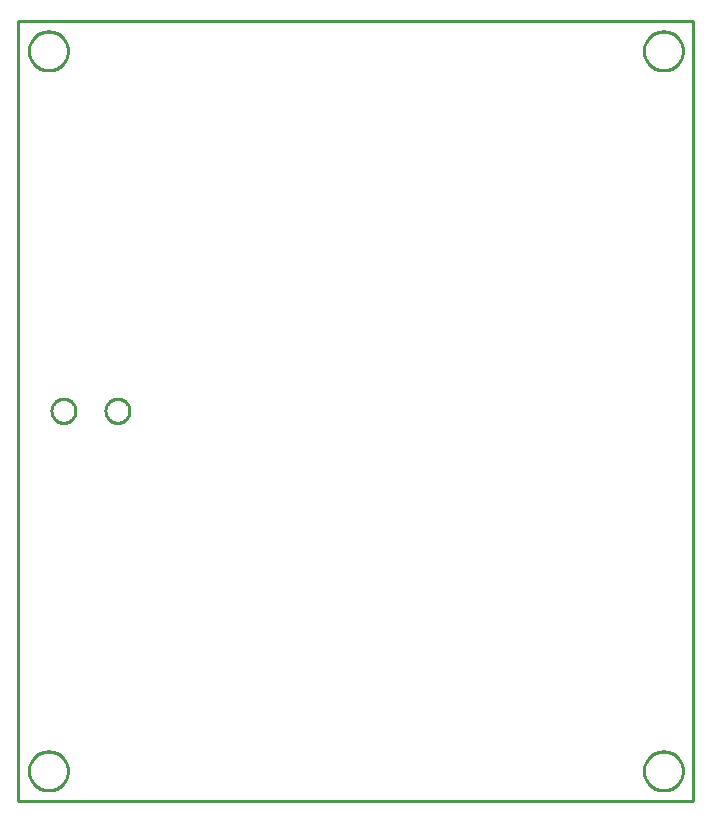
<source format=gbr>
G04 EAGLE Gerber RS-274X export*
G75*
%MOMM*%
%FSLAX34Y34*%
%LPD*%
%IN*%
%IPPOS*%
%AMOC8*
5,1,8,0,0,1.08239X$1,22.5*%
G01*
%ADD10C,0.254000*%


D10*
X0Y0D02*
X571300Y0D01*
X571500Y660400D01*
X0Y660400D01*
X0Y0D01*
X41910Y24860D02*
X41839Y23781D01*
X41698Y22709D01*
X41487Y21649D01*
X41208Y20605D01*
X40860Y19581D01*
X40446Y18583D01*
X39968Y17613D01*
X39428Y16677D01*
X38827Y15778D01*
X38169Y14921D01*
X37457Y14108D01*
X36692Y13344D01*
X35879Y12631D01*
X35022Y11973D01*
X34123Y11372D01*
X33187Y10832D01*
X32217Y10354D01*
X31219Y9940D01*
X30195Y9592D01*
X29151Y9313D01*
X28091Y9102D01*
X27019Y8961D01*
X25940Y8890D01*
X24860Y8890D01*
X23781Y8961D01*
X22709Y9102D01*
X21649Y9313D01*
X20605Y9592D01*
X19581Y9940D01*
X18583Y10354D01*
X17613Y10832D01*
X16677Y11372D01*
X15778Y11973D01*
X14921Y12631D01*
X14108Y13344D01*
X13344Y14108D01*
X12631Y14921D01*
X11973Y15778D01*
X11372Y16677D01*
X10832Y17613D01*
X10354Y18583D01*
X9940Y19581D01*
X9592Y20605D01*
X9313Y21649D01*
X9102Y22709D01*
X8961Y23781D01*
X8890Y24860D01*
X8890Y25940D01*
X8961Y27019D01*
X9102Y28091D01*
X9313Y29151D01*
X9592Y30195D01*
X9940Y31219D01*
X10354Y32217D01*
X10832Y33187D01*
X11372Y34123D01*
X11973Y35022D01*
X12631Y35879D01*
X13344Y36692D01*
X14108Y37457D01*
X14921Y38169D01*
X15778Y38827D01*
X16677Y39428D01*
X17613Y39968D01*
X18583Y40446D01*
X19581Y40860D01*
X20605Y41208D01*
X21649Y41487D01*
X22709Y41698D01*
X23781Y41839D01*
X24860Y41910D01*
X25940Y41910D01*
X27019Y41839D01*
X28091Y41698D01*
X29151Y41487D01*
X30195Y41208D01*
X31219Y40860D01*
X32217Y40446D01*
X33187Y39968D01*
X34123Y39428D01*
X35022Y38827D01*
X35879Y38169D01*
X36692Y37457D01*
X37457Y36692D01*
X38169Y35879D01*
X38827Y35022D01*
X39428Y34123D01*
X39968Y33187D01*
X40446Y32217D01*
X40860Y31219D01*
X41208Y30195D01*
X41487Y29151D01*
X41698Y28091D01*
X41839Y27019D01*
X41910Y25940D01*
X41910Y24860D01*
X562610Y24860D02*
X562539Y23781D01*
X562398Y22709D01*
X562187Y21649D01*
X561908Y20605D01*
X561560Y19581D01*
X561146Y18583D01*
X560668Y17613D01*
X560128Y16677D01*
X559527Y15778D01*
X558869Y14921D01*
X558157Y14108D01*
X557392Y13344D01*
X556579Y12631D01*
X555722Y11973D01*
X554823Y11372D01*
X553887Y10832D01*
X552917Y10354D01*
X551919Y9940D01*
X550895Y9592D01*
X549851Y9313D01*
X548791Y9102D01*
X547719Y8961D01*
X546640Y8890D01*
X545560Y8890D01*
X544481Y8961D01*
X543409Y9102D01*
X542349Y9313D01*
X541305Y9592D01*
X540281Y9940D01*
X539283Y10354D01*
X538313Y10832D01*
X537377Y11372D01*
X536478Y11973D01*
X535621Y12631D01*
X534808Y13344D01*
X534044Y14108D01*
X533331Y14921D01*
X532673Y15778D01*
X532072Y16677D01*
X531532Y17613D01*
X531054Y18583D01*
X530640Y19581D01*
X530292Y20605D01*
X530013Y21649D01*
X529802Y22709D01*
X529661Y23781D01*
X529590Y24860D01*
X529590Y25940D01*
X529661Y27019D01*
X529802Y28091D01*
X530013Y29151D01*
X530292Y30195D01*
X530640Y31219D01*
X531054Y32217D01*
X531532Y33187D01*
X532072Y34123D01*
X532673Y35022D01*
X533331Y35879D01*
X534044Y36692D01*
X534808Y37457D01*
X535621Y38169D01*
X536478Y38827D01*
X537377Y39428D01*
X538313Y39968D01*
X539283Y40446D01*
X540281Y40860D01*
X541305Y41208D01*
X542349Y41487D01*
X543409Y41698D01*
X544481Y41839D01*
X545560Y41910D01*
X546640Y41910D01*
X547719Y41839D01*
X548791Y41698D01*
X549851Y41487D01*
X550895Y41208D01*
X551919Y40860D01*
X552917Y40446D01*
X553887Y39968D01*
X554823Y39428D01*
X555722Y38827D01*
X556579Y38169D01*
X557392Y37457D01*
X558157Y36692D01*
X558869Y35879D01*
X559527Y35022D01*
X560128Y34123D01*
X560668Y33187D01*
X561146Y32217D01*
X561560Y31219D01*
X561908Y30195D01*
X562187Y29151D01*
X562398Y28091D01*
X562539Y27019D01*
X562610Y25940D01*
X562610Y24860D01*
X41910Y634460D02*
X41839Y633381D01*
X41698Y632309D01*
X41487Y631249D01*
X41208Y630205D01*
X40860Y629181D01*
X40446Y628183D01*
X39968Y627213D01*
X39428Y626277D01*
X38827Y625378D01*
X38169Y624521D01*
X37457Y623708D01*
X36692Y622944D01*
X35879Y622231D01*
X35022Y621573D01*
X34123Y620972D01*
X33187Y620432D01*
X32217Y619954D01*
X31219Y619540D01*
X30195Y619192D01*
X29151Y618913D01*
X28091Y618702D01*
X27019Y618561D01*
X25940Y618490D01*
X24860Y618490D01*
X23781Y618561D01*
X22709Y618702D01*
X21649Y618913D01*
X20605Y619192D01*
X19581Y619540D01*
X18583Y619954D01*
X17613Y620432D01*
X16677Y620972D01*
X15778Y621573D01*
X14921Y622231D01*
X14108Y622944D01*
X13344Y623708D01*
X12631Y624521D01*
X11973Y625378D01*
X11372Y626277D01*
X10832Y627213D01*
X10354Y628183D01*
X9940Y629181D01*
X9592Y630205D01*
X9313Y631249D01*
X9102Y632309D01*
X8961Y633381D01*
X8890Y634460D01*
X8890Y635540D01*
X8961Y636619D01*
X9102Y637691D01*
X9313Y638751D01*
X9592Y639795D01*
X9940Y640819D01*
X10354Y641817D01*
X10832Y642787D01*
X11372Y643723D01*
X11973Y644622D01*
X12631Y645479D01*
X13344Y646292D01*
X14108Y647057D01*
X14921Y647769D01*
X15778Y648427D01*
X16677Y649028D01*
X17613Y649568D01*
X18583Y650046D01*
X19581Y650460D01*
X20605Y650808D01*
X21649Y651087D01*
X22709Y651298D01*
X23781Y651439D01*
X24860Y651510D01*
X25940Y651510D01*
X27019Y651439D01*
X28091Y651298D01*
X29151Y651087D01*
X30195Y650808D01*
X31219Y650460D01*
X32217Y650046D01*
X33187Y649568D01*
X34123Y649028D01*
X35022Y648427D01*
X35879Y647769D01*
X36692Y647057D01*
X37457Y646292D01*
X38169Y645479D01*
X38827Y644622D01*
X39428Y643723D01*
X39968Y642787D01*
X40446Y641817D01*
X40860Y640819D01*
X41208Y639795D01*
X41487Y638751D01*
X41698Y637691D01*
X41839Y636619D01*
X41910Y635540D01*
X41910Y634460D01*
X562610Y634460D02*
X562539Y633381D01*
X562398Y632309D01*
X562187Y631249D01*
X561908Y630205D01*
X561560Y629181D01*
X561146Y628183D01*
X560668Y627213D01*
X560128Y626277D01*
X559527Y625378D01*
X558869Y624521D01*
X558157Y623708D01*
X557392Y622944D01*
X556579Y622231D01*
X555722Y621573D01*
X554823Y620972D01*
X553887Y620432D01*
X552917Y619954D01*
X551919Y619540D01*
X550895Y619192D01*
X549851Y618913D01*
X548791Y618702D01*
X547719Y618561D01*
X546640Y618490D01*
X545560Y618490D01*
X544481Y618561D01*
X543409Y618702D01*
X542349Y618913D01*
X541305Y619192D01*
X540281Y619540D01*
X539283Y619954D01*
X538313Y620432D01*
X537377Y620972D01*
X536478Y621573D01*
X535621Y622231D01*
X534808Y622944D01*
X534044Y623708D01*
X533331Y624521D01*
X532673Y625378D01*
X532072Y626277D01*
X531532Y627213D01*
X531054Y628183D01*
X530640Y629181D01*
X530292Y630205D01*
X530013Y631249D01*
X529802Y632309D01*
X529661Y633381D01*
X529590Y634460D01*
X529590Y635540D01*
X529661Y636619D01*
X529802Y637691D01*
X530013Y638751D01*
X530292Y639795D01*
X530640Y640819D01*
X531054Y641817D01*
X531532Y642787D01*
X532072Y643723D01*
X532673Y644622D01*
X533331Y645479D01*
X534044Y646292D01*
X534808Y647057D01*
X535621Y647769D01*
X536478Y648427D01*
X537377Y649028D01*
X538313Y649568D01*
X539283Y650046D01*
X540281Y650460D01*
X541305Y650808D01*
X542349Y651087D01*
X543409Y651298D01*
X544481Y651439D01*
X545560Y651510D01*
X546640Y651510D01*
X547719Y651439D01*
X548791Y651298D01*
X549851Y651087D01*
X550895Y650808D01*
X551919Y650460D01*
X552917Y650046D01*
X553887Y649568D01*
X554823Y649028D01*
X555722Y648427D01*
X556579Y647769D01*
X557392Y647057D01*
X558157Y646292D01*
X558869Y645479D01*
X559527Y644622D01*
X560128Y643723D01*
X560668Y642787D01*
X561146Y641817D01*
X561560Y640819D01*
X561908Y639795D01*
X562187Y638751D01*
X562398Y637691D01*
X562539Y636619D01*
X562610Y635540D01*
X562610Y634460D01*
X48260Y329756D02*
X48183Y328873D01*
X48029Y327999D01*
X47799Y327142D01*
X47496Y326308D01*
X47121Y325504D01*
X46677Y324736D01*
X46168Y324009D01*
X45598Y323329D01*
X44971Y322702D01*
X44291Y322132D01*
X43564Y321623D01*
X42796Y321179D01*
X41992Y320804D01*
X41158Y320501D01*
X40301Y320271D01*
X39427Y320117D01*
X38544Y320040D01*
X37656Y320040D01*
X36773Y320117D01*
X35899Y320271D01*
X35042Y320501D01*
X34208Y320804D01*
X33404Y321179D01*
X32636Y321623D01*
X31909Y322132D01*
X31229Y322702D01*
X30602Y323329D01*
X30032Y324009D01*
X29523Y324736D01*
X29079Y325504D01*
X28704Y326308D01*
X28401Y327142D01*
X28171Y327999D01*
X28017Y328873D01*
X27940Y329756D01*
X27940Y330644D01*
X28017Y331527D01*
X28171Y332401D01*
X28401Y333258D01*
X28704Y334092D01*
X29079Y334896D01*
X29523Y335664D01*
X30032Y336391D01*
X30602Y337071D01*
X31229Y337698D01*
X31909Y338268D01*
X32636Y338777D01*
X33404Y339221D01*
X34208Y339596D01*
X35042Y339899D01*
X35899Y340129D01*
X36773Y340283D01*
X37656Y340360D01*
X38544Y340360D01*
X39427Y340283D01*
X40301Y340129D01*
X41158Y339899D01*
X41992Y339596D01*
X42796Y339221D01*
X43564Y338777D01*
X44291Y338268D01*
X44971Y337698D01*
X45598Y337071D01*
X46168Y336391D01*
X46677Y335664D01*
X47121Y334896D01*
X47496Y334092D01*
X47799Y333258D01*
X48029Y332401D01*
X48183Y331527D01*
X48260Y330644D01*
X48260Y329756D01*
X93980Y329756D02*
X93903Y328873D01*
X93749Y327999D01*
X93519Y327142D01*
X93216Y326308D01*
X92841Y325504D01*
X92397Y324736D01*
X91888Y324009D01*
X91318Y323329D01*
X90691Y322702D01*
X90011Y322132D01*
X89284Y321623D01*
X88516Y321179D01*
X87712Y320804D01*
X86878Y320501D01*
X86021Y320271D01*
X85147Y320117D01*
X84264Y320040D01*
X83376Y320040D01*
X82493Y320117D01*
X81619Y320271D01*
X80762Y320501D01*
X79928Y320804D01*
X79124Y321179D01*
X78356Y321623D01*
X77629Y322132D01*
X76949Y322702D01*
X76322Y323329D01*
X75752Y324009D01*
X75243Y324736D01*
X74799Y325504D01*
X74424Y326308D01*
X74121Y327142D01*
X73891Y327999D01*
X73737Y328873D01*
X73660Y329756D01*
X73660Y330644D01*
X73737Y331527D01*
X73891Y332401D01*
X74121Y333258D01*
X74424Y334092D01*
X74799Y334896D01*
X75243Y335664D01*
X75752Y336391D01*
X76322Y337071D01*
X76949Y337698D01*
X77629Y338268D01*
X78356Y338777D01*
X79124Y339221D01*
X79928Y339596D01*
X80762Y339899D01*
X81619Y340129D01*
X82493Y340283D01*
X83376Y340360D01*
X84264Y340360D01*
X85147Y340283D01*
X86021Y340129D01*
X86878Y339899D01*
X87712Y339596D01*
X88516Y339221D01*
X89284Y338777D01*
X90011Y338268D01*
X90691Y337698D01*
X91318Y337071D01*
X91888Y336391D01*
X92397Y335664D01*
X92841Y334896D01*
X93216Y334092D01*
X93519Y333258D01*
X93749Y332401D01*
X93903Y331527D01*
X93980Y330644D01*
X93980Y329756D01*
M02*

</source>
